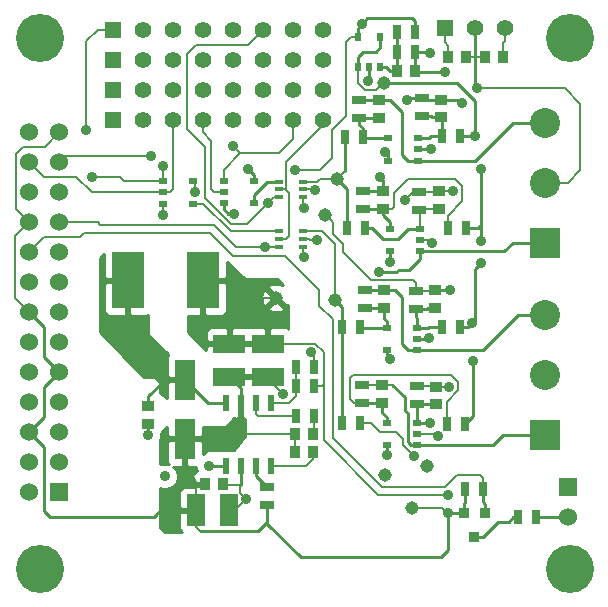
<source format=gtl>
G04 (created by PCBNEW (2013-may-18)-stable) date Wed 21 Oct 2015 08:45:46 PM EDT*
%MOIN*%
G04 Gerber Fmt 3.4, Leading zero omitted, Abs format*
%FSLAX34Y34*%
G01*
G70*
G90*
G04 APERTURE LIST*
%ADD10C,0.00590551*%
%ADD11R,0.036X0.036*%
%ADD12R,0.03X0.02*%
%ADD13R,0.02X0.03*%
%ADD14R,0.0236X0.0551*%
%ADD15R,0.11X0.19*%
%ADD16R,0.025X0.045*%
%ADD17R,0.045X0.025*%
%ADD18R,0.055X0.055*%
%ADD19C,0.055*%
%ADD20R,0.026X0.016*%
%ADD21R,0.06X0.06*%
%ADD22C,0.06*%
%ADD23R,0.0709X0.1378*%
%ADD24R,0.0354X0.0394*%
%ADD25R,0.0394X0.0354*%
%ADD26R,0.1X0.1*%
%ADD27C,0.1*%
%ADD28C,0.045*%
%ADD29R,0.106X0.063*%
%ADD30R,0.063X0.106*%
%ADD31C,0.16*%
%ADD32C,0.035*%
%ADD33C,0.006*%
%ADD34C,0.01*%
G04 APERTURE END LIST*
G54D10*
G54D11*
X55299Y-56981D03*
X55999Y-56981D03*
X55649Y-57781D03*
G54D12*
X53826Y-48268D03*
X53826Y-47518D03*
X52826Y-48268D03*
X53826Y-47893D03*
X52826Y-47518D03*
X53767Y-45237D03*
X53767Y-44487D03*
X52767Y-45237D03*
X53767Y-44862D03*
X52767Y-44487D03*
X53728Y-51556D03*
X53728Y-50806D03*
X52728Y-51556D03*
X53728Y-51181D03*
X52728Y-50806D03*
X53748Y-54725D03*
X53748Y-53975D03*
X52748Y-54725D03*
X53748Y-54350D03*
X52748Y-53975D03*
X47295Y-45904D03*
X47295Y-46654D03*
X48295Y-45904D03*
X47295Y-46279D03*
X48295Y-46654D03*
X45287Y-45924D03*
X45287Y-46674D03*
X46287Y-45924D03*
X45287Y-46299D03*
X46287Y-46674D03*
G54D13*
X51762Y-42118D03*
X52512Y-42118D03*
X51762Y-41118D03*
X52137Y-42118D03*
X52512Y-41118D03*
G54D14*
X47360Y-53320D03*
X47360Y-55420D03*
X47860Y-53320D03*
X48360Y-53320D03*
X48860Y-53320D03*
X47860Y-55420D03*
X48360Y-55420D03*
X48860Y-55420D03*
G54D15*
X46604Y-49232D03*
X44104Y-49232D03*
G54D16*
X51855Y-53976D03*
X51255Y-53976D03*
X53085Y-41614D03*
X53685Y-41614D03*
G54D17*
X51909Y-52711D03*
X51909Y-53311D03*
G54D16*
X54739Y-54015D03*
X55339Y-54015D03*
G54D17*
X53740Y-53370D03*
X53740Y-52770D03*
X53897Y-43764D03*
X53897Y-43164D03*
G54D16*
X51933Y-44448D03*
X51333Y-44448D03*
X54562Y-50787D03*
X55162Y-50787D03*
G54D17*
X52007Y-49542D03*
X52007Y-50142D03*
G54D16*
X51855Y-50787D03*
X51255Y-50787D03*
G54D17*
X53700Y-50181D03*
X53700Y-49581D03*
X51811Y-43223D03*
X51811Y-43823D03*
G54D16*
X54562Y-44429D03*
X55162Y-44429D03*
G54D17*
X53818Y-46874D03*
X53818Y-46274D03*
G54D16*
X54778Y-47480D03*
X55378Y-47480D03*
G54D17*
X51948Y-46255D03*
X51948Y-46855D03*
G54D16*
X51992Y-47480D03*
X51392Y-47480D03*
X55929Y-56181D03*
X55329Y-56181D03*
X49700Y-52106D03*
X50300Y-52106D03*
X50300Y-52755D03*
X49700Y-52755D03*
X49700Y-53759D03*
X50300Y-53759D03*
G54D17*
X48740Y-56117D03*
X48740Y-56717D03*
G54D16*
X57701Y-57125D03*
X57101Y-57125D03*
X53685Y-40944D03*
X53085Y-40944D03*
G54D18*
X43606Y-40877D03*
G54D19*
X44606Y-40877D03*
X45606Y-40877D03*
X46606Y-40877D03*
X47606Y-40877D03*
X48606Y-40877D03*
X49606Y-40877D03*
X50606Y-40877D03*
G54D18*
X43606Y-41877D03*
G54D19*
X44606Y-41877D03*
X45606Y-41877D03*
X46606Y-41877D03*
X47606Y-41877D03*
X48606Y-41877D03*
X49606Y-41877D03*
X50606Y-41877D03*
G54D18*
X43606Y-42877D03*
G54D19*
X44606Y-42877D03*
X45606Y-42877D03*
X46606Y-42877D03*
X47606Y-42877D03*
X48606Y-42877D03*
X49606Y-42877D03*
X50606Y-42877D03*
G54D18*
X43606Y-43877D03*
G54D19*
X44606Y-43877D03*
X45606Y-43877D03*
X46606Y-43877D03*
X47606Y-43877D03*
X48606Y-43877D03*
X49606Y-43877D03*
X50606Y-43877D03*
G54D18*
X54669Y-40826D03*
G54D19*
X55669Y-40826D03*
X56669Y-40826D03*
G54D20*
X49147Y-47594D03*
X49147Y-48114D03*
X49147Y-47854D03*
X49947Y-48114D03*
X49947Y-47594D03*
X49947Y-47854D03*
X49147Y-45940D03*
X49147Y-46460D03*
X49147Y-46200D03*
X49947Y-46460D03*
X49947Y-45940D03*
X49947Y-46200D03*
G54D21*
X58759Y-56133D03*
G54D22*
X58759Y-57133D03*
G54D21*
X41818Y-56295D03*
G54D22*
X40818Y-56295D03*
X41818Y-55295D03*
X40818Y-55295D03*
X41818Y-54295D03*
X40818Y-54295D03*
X41818Y-53295D03*
X40818Y-53295D03*
X41818Y-52295D03*
X40818Y-52295D03*
X41818Y-51295D03*
X40818Y-51295D03*
X41818Y-50295D03*
X40818Y-50295D03*
X41818Y-49295D03*
X40818Y-49295D03*
X41818Y-48295D03*
X40818Y-48295D03*
X41818Y-47295D03*
X40818Y-47295D03*
X41818Y-46295D03*
X40818Y-46295D03*
X41818Y-45295D03*
X40818Y-45295D03*
X41818Y-44295D03*
X40818Y-44295D03*
G54D23*
X46003Y-54507D03*
X46003Y-52539D03*
G54D24*
X54782Y-41771D03*
X55374Y-41771D03*
X47264Y-56023D03*
X46672Y-56023D03*
X50276Y-54370D03*
X49684Y-54370D03*
X56003Y-41771D03*
X56595Y-41771D03*
X50276Y-54940D03*
X49684Y-54940D03*
G54D25*
X44783Y-54016D03*
X44783Y-53424D03*
X52460Y-43227D03*
X52460Y-43819D03*
X54547Y-43207D03*
X54547Y-43799D03*
X54389Y-52774D03*
X54389Y-53366D03*
X52559Y-52715D03*
X52559Y-53307D03*
X54350Y-49566D03*
X54350Y-50158D03*
X52657Y-49546D03*
X52657Y-50138D03*
X52618Y-46259D03*
X52618Y-46851D03*
X54468Y-46259D03*
X54468Y-46851D03*
G54D26*
X57992Y-47984D03*
G54D27*
X57992Y-45984D03*
X57992Y-43984D03*
G54D26*
X57992Y-54381D03*
G54D27*
X57992Y-52381D03*
X57992Y-50381D03*
G54D28*
X52657Y-42637D03*
X51003Y-49881D03*
X51062Y-45846D03*
G54D24*
X53089Y-42244D03*
X53681Y-42244D03*
G54D29*
X47480Y-51339D03*
X47480Y-52439D03*
X48759Y-51339D03*
X48759Y-52439D03*
G54D30*
X47479Y-56889D03*
X46379Y-56889D03*
G54D28*
X53582Y-56811D03*
X50669Y-47047D03*
X49035Y-49822D03*
X52677Y-55728D03*
X54074Y-55413D03*
G54D31*
X41161Y-41161D03*
X58838Y-58838D03*
X58838Y-41161D03*
X41161Y-58838D03*
G54D32*
X45334Y-55767D03*
X48051Y-56515D03*
X52755Y-55059D03*
X52834Y-51850D03*
X52677Y-44940D03*
X52834Y-48622D03*
X54232Y-47972D03*
X54448Y-54429D03*
X54153Y-51141D03*
X54192Y-44862D03*
X44881Y-45078D03*
X48661Y-48110D03*
X48779Y-46653D03*
X45275Y-45413D03*
X47598Y-44744D03*
X42913Y-45787D03*
X51899Y-40679D03*
X46338Y-46279D03*
X42716Y-44232D03*
X54783Y-56377D03*
X49665Y-45551D03*
X49980Y-46830D03*
X49980Y-48464D03*
X48110Y-45531D03*
X45551Y-56535D03*
X50393Y-47874D03*
X50354Y-46220D03*
X45275Y-47047D03*
X49271Y-53031D03*
X50216Y-51614D03*
X54763Y-56988D03*
X54822Y-52795D03*
X53326Y-46555D03*
X54940Y-46259D03*
X54173Y-41653D03*
X52106Y-42578D03*
X54665Y-42283D03*
X55236Y-43326D03*
X55728Y-42834D03*
X54842Y-49566D03*
X47637Y-47007D03*
X53405Y-43208D03*
X54173Y-53996D03*
X53641Y-55078D03*
X52500Y-45787D03*
X52460Y-48956D03*
X44783Y-54389D03*
X46811Y-55413D03*
X55610Y-51929D03*
X55570Y-50669D03*
X55669Y-44409D03*
X55885Y-48661D03*
X55885Y-47913D03*
X55885Y-45511D03*
G54D33*
X47854Y-56043D02*
X47854Y-56318D01*
X47854Y-56318D02*
X48051Y-56515D01*
X47479Y-56889D02*
X47677Y-56889D01*
X47677Y-56889D02*
X48051Y-56515D01*
X47860Y-56043D02*
X47854Y-56043D01*
X47854Y-56043D02*
X47284Y-56043D01*
X47284Y-56043D02*
X47264Y-56023D01*
X54782Y-41771D02*
X54782Y-41416D01*
X54669Y-41303D02*
X54669Y-40826D01*
X54782Y-41416D02*
X54669Y-41303D01*
G54D34*
X52748Y-55051D02*
X52748Y-54725D01*
X52755Y-55059D02*
X52748Y-55051D01*
X52728Y-51744D02*
X52728Y-51556D01*
X52834Y-51850D02*
X52728Y-51744D01*
X47860Y-55420D02*
X47860Y-56043D01*
X52767Y-45237D02*
X52767Y-45031D01*
X52767Y-45031D02*
X52677Y-44940D01*
X52826Y-48268D02*
X52826Y-48614D01*
X52826Y-48614D02*
X52834Y-48622D01*
G54D33*
X53826Y-47893D02*
X54153Y-47893D01*
X54153Y-47893D02*
X54232Y-47972D01*
X56595Y-41771D02*
X56595Y-41318D01*
X56669Y-41244D02*
X56669Y-40826D01*
X56595Y-41318D02*
X56669Y-41244D01*
X54370Y-54350D02*
X53748Y-54350D01*
X54448Y-54429D02*
X54370Y-54350D01*
G54D34*
X54114Y-51181D02*
X53728Y-51181D01*
X54153Y-51141D02*
X54114Y-51181D01*
X54192Y-44862D02*
X53767Y-44862D01*
G54D33*
X47598Y-48405D02*
X46850Y-47657D01*
X41318Y-47795D02*
X40818Y-48295D01*
X42519Y-47795D02*
X41318Y-47795D01*
X42657Y-47657D02*
X42519Y-47795D01*
X46850Y-47657D02*
X42657Y-47657D01*
X55929Y-56181D02*
X55929Y-55831D01*
X49330Y-48405D02*
X47598Y-48405D01*
X50472Y-49547D02*
X49330Y-48405D01*
X50472Y-50078D02*
X50472Y-49547D01*
X50925Y-50531D02*
X50472Y-50078D01*
X50925Y-54488D02*
X50925Y-50531D01*
X52559Y-56122D02*
X50925Y-54488D01*
X54665Y-56122D02*
X52559Y-56122D01*
X55059Y-55728D02*
X54665Y-56122D01*
X55826Y-55728D02*
X55059Y-55728D01*
X55929Y-55831D02*
X55826Y-55728D01*
G54D34*
X55999Y-56981D02*
X55999Y-56688D01*
X55929Y-56618D02*
X55929Y-56181D01*
X55999Y-56688D02*
X55929Y-56618D01*
G54D33*
X45287Y-46299D02*
X42893Y-46299D01*
X41311Y-45787D02*
X40818Y-45295D01*
X42381Y-45787D02*
X41311Y-45787D01*
X42893Y-46299D02*
X42381Y-45787D01*
X45606Y-43877D02*
X45606Y-46185D01*
X45492Y-46299D02*
X45287Y-46299D01*
X45606Y-46185D02*
X45492Y-46299D01*
X47295Y-46279D02*
X46988Y-46279D01*
X46606Y-44303D02*
X46606Y-43877D01*
X46889Y-44586D02*
X46606Y-44303D01*
X46889Y-46181D02*
X46889Y-44586D01*
X46988Y-46279D02*
X46889Y-46181D01*
X41818Y-45295D02*
X42035Y-45078D01*
X42035Y-45078D02*
X44881Y-45078D01*
X50606Y-43877D02*
X50606Y-44059D01*
X49389Y-46161D02*
X49350Y-46200D01*
X49389Y-45275D02*
X49389Y-46161D01*
X50606Y-44059D02*
X49389Y-45275D01*
X49147Y-46200D02*
X49350Y-46200D01*
X49370Y-47854D02*
X49147Y-47854D01*
X49468Y-47755D02*
X49370Y-47854D01*
X49468Y-46318D02*
X49468Y-47755D01*
X49350Y-46200D02*
X49468Y-46318D01*
X47696Y-48114D02*
X47696Y-48110D01*
X43188Y-47381D02*
X43102Y-47295D01*
X46968Y-47381D02*
X43188Y-47381D01*
X47696Y-48110D02*
X46968Y-47381D01*
X48779Y-46653D02*
X48070Y-47362D01*
X48106Y-41377D02*
X48606Y-40877D01*
X46377Y-41377D02*
X48106Y-41377D01*
X46082Y-41673D02*
X46377Y-41377D01*
X46082Y-44192D02*
X46082Y-41673D01*
X46673Y-44783D02*
X46082Y-44192D01*
X46673Y-46496D02*
X46673Y-44783D01*
X47539Y-47362D02*
X46673Y-46496D01*
X48070Y-47362D02*
X47539Y-47362D01*
X49147Y-46460D02*
X48972Y-46460D01*
X48661Y-48110D02*
X48661Y-48114D01*
X48972Y-46460D02*
X48779Y-46653D01*
X49147Y-48114D02*
X48661Y-48114D01*
X48661Y-48114D02*
X47696Y-48114D01*
X43102Y-47295D02*
X41818Y-47295D01*
X45267Y-45421D02*
X45275Y-45413D01*
X47598Y-44744D02*
X47618Y-44744D01*
X47854Y-44980D02*
X47618Y-44744D01*
X45267Y-45421D02*
X45287Y-45924D01*
X42913Y-45787D02*
X43838Y-45787D01*
X43838Y-45787D02*
X43975Y-45924D01*
X43975Y-45924D02*
X45287Y-45924D01*
X49606Y-43877D02*
X49606Y-44527D01*
X49606Y-44527D02*
X49153Y-44980D01*
X49153Y-44980D02*
X47854Y-44980D01*
X47295Y-45539D02*
X47295Y-45904D01*
X47854Y-44980D02*
X47295Y-45539D01*
X46287Y-45924D02*
X46338Y-45975D01*
X46338Y-45975D02*
X46338Y-46279D01*
X43098Y-40877D02*
X43606Y-40877D01*
X42716Y-41259D02*
X43098Y-40877D01*
X42716Y-44232D02*
X42716Y-41259D01*
X50905Y-44232D02*
X50905Y-45157D01*
X50511Y-45551D02*
X49665Y-45551D01*
X50905Y-45157D02*
X50511Y-45551D01*
X54783Y-56377D02*
X52440Y-56377D01*
X51762Y-41118D02*
X51539Y-41118D01*
X51377Y-43759D02*
X50905Y-44232D01*
X51377Y-41279D02*
X51377Y-43759D01*
X51539Y-41118D02*
X51377Y-41279D01*
X49947Y-46460D02*
X49947Y-46797D01*
X49947Y-46797D02*
X49980Y-46830D01*
X49947Y-48431D02*
X49947Y-48114D01*
X49980Y-48464D02*
X49947Y-48431D01*
X50629Y-54566D02*
X50629Y-52696D01*
X52440Y-56377D02*
X50629Y-54566D01*
X50300Y-52755D02*
X50570Y-52755D01*
X50335Y-51339D02*
X48759Y-51339D01*
X50629Y-51633D02*
X50335Y-51339D01*
X50629Y-52696D02*
X50629Y-51633D01*
X50570Y-52755D02*
X50629Y-52696D01*
X49035Y-49822D02*
X47529Y-49822D01*
X47529Y-49822D02*
X47509Y-49842D01*
G54D34*
X51762Y-41118D02*
X51762Y-40815D01*
X53685Y-40595D02*
X53685Y-40944D01*
X53582Y-40492D02*
X53685Y-40595D01*
X52086Y-40492D02*
X53582Y-40492D01*
X51762Y-40815D02*
X51899Y-40679D01*
X51899Y-40679D02*
X52086Y-40492D01*
X47509Y-49842D02*
X47509Y-51310D01*
X47539Y-51339D02*
X48759Y-51339D01*
X47509Y-51310D02*
X47539Y-51339D01*
X48295Y-45716D02*
X48110Y-45531D01*
X48295Y-45904D02*
X48295Y-45716D01*
G54D33*
X51003Y-49881D02*
X51003Y-48031D01*
X50566Y-47594D02*
X49947Y-47594D01*
X51003Y-48031D02*
X50566Y-47594D01*
G54D34*
X51255Y-53976D02*
X51255Y-50787D01*
X51255Y-50787D02*
X51255Y-50133D01*
X51255Y-50133D02*
X51003Y-49881D01*
G54D33*
X51062Y-45846D02*
X51333Y-45575D01*
G54D34*
X51333Y-45575D02*
X51333Y-44448D01*
G54D33*
X51062Y-45846D02*
X50492Y-45846D01*
X50492Y-45846D02*
X50397Y-45940D01*
X50397Y-45940D02*
X49947Y-45940D01*
G54D34*
X51392Y-47480D02*
X51392Y-46176D01*
X51392Y-46176D02*
X51062Y-45846D01*
G54D33*
X46379Y-56889D02*
X46379Y-56101D01*
X46379Y-56101D02*
X46456Y-56023D01*
X46300Y-55867D02*
X46456Y-56023D01*
G54D34*
X46300Y-55867D02*
X46003Y-55570D01*
X46003Y-54507D02*
X46003Y-55570D01*
G54D33*
X46456Y-56023D02*
X46672Y-56023D01*
X45551Y-56515D02*
X45551Y-56535D01*
X45551Y-56535D02*
X45551Y-56653D01*
G54D34*
X44960Y-57106D02*
X45551Y-56515D01*
X40818Y-54295D02*
X41318Y-54795D01*
X41318Y-56909D02*
X41515Y-57106D01*
X41318Y-54795D02*
X41318Y-56909D01*
X41515Y-57106D02*
X44960Y-57106D01*
G54D33*
X45787Y-56889D02*
X46379Y-56889D01*
X45551Y-56653D02*
X45787Y-56889D01*
X46379Y-56889D02*
X46379Y-57461D01*
X46379Y-57461D02*
X46515Y-57598D01*
G54D34*
X48444Y-57598D02*
X48740Y-57303D01*
X46515Y-57598D02*
X48444Y-57598D01*
G54D33*
X56003Y-41771D02*
X55708Y-41771D01*
X55708Y-41771D02*
X55669Y-41811D01*
X55374Y-41771D02*
X55629Y-41771D01*
X55629Y-41771D02*
X55669Y-41811D01*
X57992Y-45984D02*
X58759Y-45984D01*
X58661Y-42834D02*
X55728Y-42834D01*
X59173Y-43346D02*
X58661Y-42834D01*
X59173Y-45570D02*
X59173Y-43346D01*
X58759Y-45984D02*
X59173Y-45570D01*
X50177Y-47874D02*
X50157Y-47854D01*
X50157Y-47854D02*
X49947Y-47854D01*
X50393Y-47874D02*
X50177Y-47874D01*
X53700Y-49581D02*
X53700Y-49311D01*
X50925Y-47303D02*
X50669Y-47047D01*
X50925Y-47696D02*
X50925Y-47303D01*
X51259Y-48031D02*
X50925Y-47696D01*
X51259Y-48287D02*
X51259Y-48031D01*
X52204Y-49232D02*
X51259Y-48287D01*
X53622Y-49232D02*
X52204Y-49232D01*
X53700Y-49311D02*
X53622Y-49232D01*
X40818Y-47295D02*
X40374Y-46850D01*
X41330Y-44783D02*
X41818Y-44295D01*
X40610Y-44783D02*
X41330Y-44783D01*
X40374Y-45019D02*
X40610Y-44783D01*
X40374Y-46850D02*
X40374Y-45019D01*
X40818Y-50295D02*
X40354Y-49830D01*
X40354Y-47759D02*
X40818Y-47295D01*
X40354Y-49830D02*
X40354Y-47759D01*
X49947Y-46200D02*
X50334Y-46200D01*
X50334Y-46200D02*
X50354Y-46220D01*
X45287Y-46674D02*
X45287Y-47035D01*
X45287Y-47035D02*
X45275Y-47047D01*
X50300Y-52106D02*
X50300Y-51658D01*
X48759Y-52519D02*
X48759Y-52439D01*
X49271Y-53031D02*
X48759Y-52519D01*
X50255Y-51614D02*
X50216Y-51614D01*
X50300Y-51658D02*
X50255Y-51614D01*
X49684Y-54940D02*
X49684Y-54370D01*
X49684Y-54370D02*
X47893Y-54370D01*
X47893Y-54370D02*
X47637Y-54114D01*
X53582Y-56811D02*
X54586Y-56811D01*
X54586Y-56811D02*
X54763Y-56988D01*
X53740Y-52770D02*
X54385Y-52770D01*
X54385Y-52770D02*
X54410Y-52795D01*
X54410Y-52795D02*
X54822Y-52795D01*
X53700Y-49581D02*
X54334Y-49581D01*
X54334Y-49581D02*
X54350Y-49566D01*
X53607Y-46274D02*
X53818Y-46274D01*
X53326Y-46555D02*
X53607Y-46274D01*
X53818Y-46274D02*
X54452Y-46274D01*
X54452Y-46274D02*
X54468Y-46259D01*
X54468Y-46259D02*
X54940Y-46259D01*
G54D34*
X52137Y-42118D02*
X52137Y-42547D01*
X54133Y-41614D02*
X53685Y-41614D01*
X54173Y-41653D02*
X54133Y-41614D01*
X52137Y-42547D02*
X52106Y-42578D01*
X53681Y-42244D02*
X53721Y-42283D01*
X53721Y-42283D02*
X54665Y-42283D01*
X54547Y-43207D02*
X55117Y-43207D01*
X55117Y-43207D02*
X55236Y-43326D01*
X55669Y-42775D02*
X55669Y-41811D01*
X55669Y-41811D02*
X55669Y-40826D01*
X55728Y-42834D02*
X55669Y-42775D01*
X53685Y-41614D02*
X53685Y-42240D01*
X53685Y-42240D02*
X53681Y-42244D01*
X40818Y-54295D02*
X41318Y-53795D01*
X41318Y-52795D02*
X41818Y-52295D01*
X41318Y-53795D02*
X41318Y-52795D01*
X40818Y-50295D02*
X41318Y-50795D01*
X41318Y-51795D02*
X41818Y-52295D01*
X41318Y-50795D02*
X41318Y-51795D01*
X54350Y-49566D02*
X54841Y-49566D01*
X54841Y-49566D02*
X54842Y-49566D01*
X54763Y-56988D02*
X54763Y-58228D01*
X48740Y-57342D02*
X48740Y-57303D01*
X49862Y-58464D02*
X48740Y-57342D01*
X54527Y-58464D02*
X49862Y-58464D01*
X54763Y-58228D02*
X54527Y-58464D01*
X48740Y-57303D02*
X48740Y-56717D01*
X46003Y-54507D02*
X47244Y-54507D01*
X47860Y-53891D02*
X47860Y-53320D01*
X47244Y-54507D02*
X47637Y-54114D01*
X47637Y-54114D02*
X47860Y-53891D01*
X47480Y-52439D02*
X48759Y-52439D01*
X47860Y-53320D02*
X47860Y-52819D01*
X47860Y-52819D02*
X47480Y-52439D01*
X47295Y-46862D02*
X47295Y-46654D01*
X47440Y-47007D02*
X47295Y-46862D01*
X47637Y-47007D02*
X47440Y-47007D01*
X55329Y-56181D02*
X55329Y-56638D01*
X55299Y-56668D02*
X55299Y-56981D01*
X55329Y-56638D02*
X55299Y-56668D01*
X55299Y-56981D02*
X54770Y-56981D01*
X54770Y-56981D02*
X54763Y-56988D01*
X53449Y-43164D02*
X53897Y-43164D01*
X53405Y-43208D02*
X53449Y-43164D01*
X54547Y-43207D02*
X53941Y-43207D01*
X53941Y-43207D02*
X53996Y-43152D01*
G54D33*
X49147Y-47594D02*
X47535Y-47594D01*
X46615Y-46674D02*
X46287Y-46674D01*
X47535Y-47594D02*
X46615Y-46674D01*
G54D34*
X57101Y-57125D02*
X56944Y-57125D01*
X55938Y-57781D02*
X56441Y-57278D01*
X56441Y-57278D02*
X56791Y-57278D01*
X55938Y-57781D02*
X55649Y-57781D01*
X56944Y-57125D02*
X56791Y-57278D01*
X58759Y-57133D02*
X57709Y-57133D01*
X57709Y-57133D02*
X57701Y-57125D01*
X48295Y-46654D02*
X48295Y-46389D01*
X48744Y-45940D02*
X49147Y-45940D01*
X48295Y-46389D02*
X48744Y-45940D01*
X52512Y-42118D02*
X52708Y-42118D01*
X52834Y-42244D02*
X53089Y-42244D01*
X52708Y-42118D02*
X52834Y-42244D01*
X53085Y-40944D02*
X53085Y-41614D01*
X53085Y-41614D02*
X53089Y-41618D01*
X53089Y-41618D02*
X53089Y-42244D01*
X52007Y-49542D02*
X52653Y-49542D01*
X52653Y-49542D02*
X52657Y-49546D01*
X52657Y-49546D02*
X52991Y-49546D01*
X53426Y-51556D02*
X53728Y-51556D01*
X53228Y-49783D02*
X52991Y-49546D01*
X53228Y-51358D02*
X53228Y-49783D01*
X53426Y-51556D02*
X53228Y-51358D01*
X52011Y-49546D02*
X52007Y-49542D01*
X53728Y-51556D02*
X55943Y-51556D01*
X57118Y-50381D02*
X57992Y-50381D01*
X55943Y-51556D02*
X57118Y-50381D01*
X54350Y-50158D02*
X54093Y-50158D01*
X54070Y-50181D02*
X53700Y-50181D01*
X54093Y-50158D02*
X54070Y-50181D01*
X54562Y-50787D02*
X54133Y-50787D01*
X54115Y-50806D02*
X53728Y-50806D01*
X54133Y-50787D02*
X54115Y-50806D01*
X53728Y-50806D02*
X53740Y-50794D01*
X53740Y-50794D02*
X53740Y-50492D01*
X53740Y-50492D02*
X53700Y-50452D01*
X53700Y-50452D02*
X53700Y-50181D01*
G54D33*
X51855Y-53976D02*
X52204Y-53976D01*
G54D34*
X54152Y-53975D02*
X53748Y-53975D01*
X54173Y-53996D02*
X54152Y-53975D01*
G54D33*
X53267Y-54704D02*
X53641Y-55078D01*
X53267Y-54507D02*
X53267Y-54704D01*
X53031Y-54271D02*
X53267Y-54507D01*
X52500Y-54271D02*
X53031Y-54271D01*
X52204Y-53976D02*
X52500Y-54271D01*
G54D34*
X54389Y-53366D02*
X53744Y-53366D01*
X53744Y-53366D02*
X53740Y-53370D01*
X53748Y-53975D02*
X53748Y-53378D01*
X53748Y-53378D02*
X53740Y-53370D01*
X52007Y-50142D02*
X52653Y-50142D01*
X52728Y-50602D02*
X52728Y-50806D01*
X52657Y-50531D02*
X52728Y-50602D01*
X52657Y-50146D02*
X52657Y-50531D01*
X52653Y-50142D02*
X52657Y-50146D01*
X52728Y-50806D02*
X51873Y-50806D01*
X51873Y-50806D02*
X51855Y-50787D01*
G54D33*
X54739Y-54015D02*
X54739Y-53272D01*
X51638Y-53311D02*
X51909Y-53311D01*
X51515Y-53188D02*
X51638Y-53311D01*
X51515Y-52480D02*
X51515Y-53188D01*
X51614Y-52381D02*
X51515Y-52480D01*
X54881Y-52381D02*
X51614Y-52381D01*
X55118Y-52618D02*
X54881Y-52381D01*
X55118Y-52893D02*
X55118Y-52618D01*
X54739Y-53272D02*
X55118Y-52893D01*
G54D34*
X52748Y-53975D02*
X52748Y-53811D01*
X52559Y-53622D02*
X52559Y-53307D01*
X52748Y-53811D02*
X52559Y-53622D01*
X51909Y-53311D02*
X52555Y-53311D01*
X52555Y-53311D02*
X52559Y-53307D01*
G54D33*
X52913Y-52716D02*
X52559Y-52716D01*
X52555Y-52711D02*
X51909Y-52711D01*
X52559Y-52716D02*
X52555Y-52711D01*
G54D34*
X53543Y-54725D02*
X53543Y-54724D01*
X53444Y-53681D02*
X53326Y-53562D01*
X53444Y-54625D02*
X53444Y-53681D01*
X53543Y-54724D02*
X53444Y-54625D01*
X53748Y-54725D02*
X53543Y-54725D01*
X51913Y-52715D02*
X51909Y-52711D01*
X53326Y-53129D02*
X52913Y-52716D01*
X53326Y-53562D02*
X53326Y-53129D01*
X53748Y-54725D02*
X56278Y-54725D01*
X56622Y-54381D02*
X57992Y-54381D01*
X56278Y-54725D02*
X56622Y-54381D01*
X53767Y-45237D02*
X55687Y-45237D01*
X56940Y-43984D02*
X57992Y-43984D01*
X55687Y-45237D02*
X56940Y-43984D01*
X51811Y-43223D02*
X52456Y-43223D01*
X52456Y-43223D02*
X52460Y-43227D01*
X53767Y-45237D02*
X53426Y-45237D01*
X52853Y-43227D02*
X52460Y-43227D01*
X53248Y-43622D02*
X52853Y-43227D01*
X53248Y-45059D02*
X53248Y-43622D01*
X53426Y-45237D02*
X53248Y-45059D01*
X54562Y-44429D02*
X54562Y-43814D01*
X54562Y-43814D02*
X54547Y-43799D01*
X53897Y-43764D02*
X54217Y-43764D01*
X54217Y-43764D02*
X54252Y-43799D01*
X54252Y-43799D02*
X54547Y-43799D01*
X54562Y-44429D02*
X54192Y-44429D01*
X54134Y-44487D02*
X53767Y-44487D01*
X54192Y-44429D02*
X54134Y-44487D01*
G54D33*
X54468Y-46851D02*
X53842Y-46851D01*
X53826Y-46866D02*
X53826Y-47518D01*
X53842Y-46851D02*
X53826Y-46866D01*
G54D34*
X51992Y-47480D02*
X52244Y-47480D01*
X53445Y-47518D02*
X53826Y-47518D01*
X53110Y-47854D02*
X53445Y-47518D01*
X52618Y-47854D02*
X53110Y-47854D01*
X52244Y-47480D02*
X52618Y-47854D01*
X52460Y-43819D02*
X51815Y-43819D01*
X51815Y-43819D02*
X51811Y-43823D01*
X51948Y-44173D02*
X51948Y-44433D01*
X51811Y-44035D02*
X51948Y-44173D01*
X51811Y-43823D02*
X51811Y-44035D01*
X51948Y-44433D02*
X51933Y-44448D01*
X52767Y-44487D02*
X51972Y-44487D01*
X51972Y-44487D02*
X51933Y-44448D01*
G54D33*
X54778Y-47480D02*
X54778Y-47071D01*
X52912Y-46851D02*
X52618Y-46851D01*
X52972Y-46791D02*
X52912Y-46851D01*
X52972Y-46318D02*
X52972Y-46791D01*
X53444Y-45846D02*
X52972Y-46318D01*
X55019Y-45846D02*
X53444Y-45846D01*
X55255Y-46082D02*
X55019Y-45846D01*
X55255Y-46594D02*
X55255Y-46082D01*
X54778Y-47071D02*
X55255Y-46594D01*
G54D34*
X52618Y-46851D02*
X52618Y-47066D01*
X52826Y-47275D02*
X52826Y-47518D01*
X52618Y-47066D02*
X52826Y-47275D01*
X52826Y-47518D02*
X52825Y-47519D01*
X51948Y-46855D02*
X52614Y-46855D01*
X52614Y-46855D02*
X52618Y-46851D01*
X53826Y-48268D02*
X53826Y-48515D01*
X52618Y-45905D02*
X52618Y-46259D01*
X52500Y-45787D02*
X52618Y-45905D01*
X53051Y-48956D02*
X52460Y-48956D01*
X53129Y-48877D02*
X53051Y-48956D01*
X53464Y-48877D02*
X53129Y-48877D01*
X53826Y-48515D02*
X53464Y-48877D01*
X51948Y-46255D02*
X52614Y-46255D01*
X52614Y-46255D02*
X52618Y-46259D01*
X53826Y-48268D02*
X56652Y-48268D01*
X56937Y-47984D02*
X57992Y-47984D01*
X56652Y-48268D02*
X56937Y-47984D01*
X46817Y-55420D02*
X46811Y-55413D01*
X47360Y-55420D02*
X46817Y-55420D01*
X44783Y-54389D02*
X44783Y-54016D01*
G54D33*
X44104Y-49232D02*
X44104Y-51309D01*
X44104Y-51309D02*
X45334Y-52539D01*
G54D34*
X44783Y-53424D02*
X44783Y-53090D01*
X45334Y-52539D02*
X45334Y-52539D01*
X45334Y-52539D02*
X46003Y-52539D01*
X44783Y-53090D02*
X45334Y-52539D01*
X47360Y-53320D02*
X46784Y-53320D01*
X46784Y-53320D02*
X46003Y-52539D01*
G54D33*
X49700Y-52106D02*
X49700Y-52755D01*
X49700Y-52755D02*
X49700Y-53095D01*
X49475Y-53320D02*
X48860Y-53320D01*
X49700Y-53095D02*
X49475Y-53320D01*
X49700Y-53759D02*
X48425Y-53759D01*
X48360Y-53694D02*
X48360Y-53320D01*
X48425Y-53759D02*
X48360Y-53694D01*
G54D34*
X48360Y-55420D02*
X48360Y-55737D01*
X48360Y-55737D02*
X48740Y-56117D01*
G54D33*
X50276Y-54940D02*
X50276Y-55196D01*
X50052Y-55420D02*
X48860Y-55420D01*
X50276Y-55196D02*
X50052Y-55420D01*
X50300Y-53759D02*
X50300Y-54346D01*
X50300Y-54346D02*
X50276Y-54370D01*
X52657Y-42637D02*
X52618Y-42637D01*
X51762Y-42648D02*
X51762Y-42118D01*
X52007Y-42893D02*
X51762Y-42648D01*
X52362Y-42893D02*
X52007Y-42893D01*
X52618Y-42637D02*
X52362Y-42893D01*
G54D34*
X51762Y-42118D02*
X51762Y-41780D01*
X51762Y-41780D02*
X51929Y-41614D01*
X51929Y-41614D02*
X52362Y-41614D01*
X52362Y-41614D02*
X52512Y-41463D01*
X52512Y-41463D02*
X52512Y-41118D01*
X55354Y-54015D02*
X55610Y-53759D01*
X55610Y-53759D02*
X55610Y-51929D01*
X55162Y-50787D02*
X55452Y-50787D01*
X55452Y-50787D02*
X55570Y-50669D01*
X55378Y-47480D02*
X55767Y-47480D01*
X55767Y-47480D02*
X55885Y-47362D01*
X55162Y-44429D02*
X55649Y-44429D01*
X55649Y-44429D02*
X55669Y-44409D01*
X55059Y-42637D02*
X55669Y-43248D01*
X55669Y-43248D02*
X55669Y-44409D01*
X52657Y-42637D02*
X55059Y-42637D01*
X55688Y-50551D02*
X55570Y-50669D01*
X55688Y-48858D02*
X55688Y-50551D01*
X55885Y-48661D02*
X55688Y-48858D01*
X55885Y-47362D02*
X55885Y-47913D01*
X55885Y-45511D02*
X55885Y-47362D01*
G54D10*
G36*
X46061Y-52589D02*
X46053Y-52589D01*
X46053Y-52597D01*
X45953Y-52597D01*
X45953Y-52589D01*
X45461Y-52589D01*
X45399Y-52652D01*
X45399Y-53145D01*
X45187Y-52986D01*
X45187Y-52617D01*
X45020Y-52450D01*
X44646Y-52450D01*
X44054Y-51857D01*
X44054Y-50369D01*
X44054Y-49282D01*
X43366Y-49282D01*
X43304Y-49344D01*
X43304Y-50132D01*
X43304Y-50232D01*
X43342Y-50324D01*
X43412Y-50394D01*
X43504Y-50432D01*
X43991Y-50432D01*
X44054Y-50369D01*
X44054Y-51857D01*
X43160Y-50963D01*
X43160Y-48485D01*
X43304Y-48341D01*
X43304Y-49119D01*
X43366Y-49182D01*
X44054Y-49182D01*
X44054Y-49174D01*
X44154Y-49174D01*
X44154Y-49182D01*
X44162Y-49182D01*
X44162Y-49282D01*
X44154Y-49282D01*
X44154Y-50369D01*
X44216Y-50432D01*
X44703Y-50432D01*
X44772Y-50403D01*
X44772Y-51044D01*
X45445Y-51700D01*
X45437Y-51709D01*
X45399Y-51801D01*
X45399Y-52427D01*
X45461Y-52489D01*
X45953Y-52489D01*
X45953Y-52481D01*
X46053Y-52481D01*
X46053Y-52489D01*
X46061Y-52489D01*
X46061Y-52589D01*
X46061Y-52589D01*
G37*
G54D34*
X46061Y-52589D02*
X46053Y-52589D01*
X46053Y-52597D01*
X45953Y-52597D01*
X45953Y-52589D01*
X45461Y-52589D01*
X45399Y-52652D01*
X45399Y-53145D01*
X45187Y-52986D01*
X45187Y-52617D01*
X45020Y-52450D01*
X44646Y-52450D01*
X44054Y-51857D01*
X44054Y-50369D01*
X44054Y-49282D01*
X43366Y-49282D01*
X43304Y-49344D01*
X43304Y-50132D01*
X43304Y-50232D01*
X43342Y-50324D01*
X43412Y-50394D01*
X43504Y-50432D01*
X43991Y-50432D01*
X44054Y-50369D01*
X44054Y-51857D01*
X43160Y-50963D01*
X43160Y-48485D01*
X43304Y-48341D01*
X43304Y-49119D01*
X43366Y-49182D01*
X44054Y-49182D01*
X44054Y-49174D01*
X44154Y-49174D01*
X44154Y-49182D01*
X44162Y-49182D01*
X44162Y-49282D01*
X44154Y-49282D01*
X44154Y-50369D01*
X44216Y-50432D01*
X44703Y-50432D01*
X44772Y-50403D01*
X44772Y-51044D01*
X45445Y-51700D01*
X45437Y-51709D01*
X45399Y-51801D01*
X45399Y-52427D01*
X45461Y-52489D01*
X45953Y-52489D01*
X45953Y-52481D01*
X46053Y-52481D01*
X46053Y-52489D01*
X46061Y-52489D01*
X46061Y-52589D01*
G54D10*
G36*
X48020Y-54411D02*
X47633Y-54890D01*
X46750Y-54890D01*
X46608Y-55033D01*
X46608Y-54620D01*
X46545Y-54557D01*
X46053Y-54557D01*
X46053Y-55384D01*
X46116Y-55446D01*
X46308Y-55446D01*
X46385Y-55446D01*
X46385Y-55497D01*
X46422Y-55586D01*
X46354Y-55614D01*
X46283Y-55684D01*
X46245Y-55776D01*
X46245Y-55876D01*
X46245Y-55911D01*
X46308Y-55973D01*
X46485Y-55973D01*
X46485Y-56073D01*
X46308Y-56073D01*
X46269Y-56112D01*
X46266Y-56109D01*
X46014Y-56109D01*
X45922Y-56147D01*
X45852Y-56217D01*
X45814Y-56309D01*
X45814Y-56409D01*
X45814Y-56777D01*
X45876Y-56839D01*
X46329Y-56839D01*
X46329Y-56831D01*
X46429Y-56831D01*
X46429Y-56839D01*
X46437Y-56839D01*
X46437Y-56939D01*
X46429Y-56939D01*
X46429Y-56947D01*
X46329Y-56947D01*
X46329Y-56939D01*
X45876Y-56939D01*
X45814Y-57002D01*
X45814Y-57370D01*
X45814Y-57469D01*
X45852Y-57561D01*
X45918Y-57627D01*
X45335Y-57627D01*
X45187Y-57479D01*
X45187Y-56166D01*
X45249Y-56192D01*
X45418Y-56192D01*
X45575Y-56128D01*
X45694Y-56008D01*
X45759Y-55852D01*
X45759Y-55683D01*
X45695Y-55527D01*
X45614Y-55446D01*
X45698Y-55446D01*
X45891Y-55446D01*
X45953Y-55384D01*
X45953Y-54557D01*
X45461Y-54557D01*
X45399Y-54620D01*
X45399Y-55246D01*
X45437Y-55338D01*
X45458Y-55358D01*
X45419Y-55342D01*
X45250Y-55342D01*
X45187Y-55368D01*
X45187Y-54822D01*
X45187Y-54524D01*
X45208Y-54474D01*
X45208Y-54310D01*
X45399Y-54120D01*
X45399Y-54395D01*
X45461Y-54457D01*
X45953Y-54457D01*
X45953Y-54449D01*
X46053Y-54449D01*
X46053Y-54457D01*
X46545Y-54457D01*
X46608Y-54395D01*
X46608Y-54105D01*
X47363Y-54105D01*
X47643Y-53825D01*
X47692Y-53845D01*
X47747Y-53845D01*
X47810Y-53783D01*
X47810Y-53370D01*
X47802Y-53370D01*
X47802Y-53270D01*
X47810Y-53270D01*
X47810Y-53262D01*
X47910Y-53262D01*
X47910Y-53270D01*
X47918Y-53270D01*
X47918Y-53370D01*
X47910Y-53370D01*
X47910Y-53783D01*
X47972Y-53845D01*
X48020Y-53845D01*
X48020Y-54411D01*
X48020Y-54411D01*
G37*
G54D34*
X48020Y-54411D02*
X47633Y-54890D01*
X46750Y-54890D01*
X46608Y-55033D01*
X46608Y-54620D01*
X46545Y-54557D01*
X46053Y-54557D01*
X46053Y-55384D01*
X46116Y-55446D01*
X46308Y-55446D01*
X46385Y-55446D01*
X46385Y-55497D01*
X46422Y-55586D01*
X46354Y-55614D01*
X46283Y-55684D01*
X46245Y-55776D01*
X46245Y-55876D01*
X46245Y-55911D01*
X46308Y-55973D01*
X46485Y-55973D01*
X46485Y-56073D01*
X46308Y-56073D01*
X46269Y-56112D01*
X46266Y-56109D01*
X46014Y-56109D01*
X45922Y-56147D01*
X45852Y-56217D01*
X45814Y-56309D01*
X45814Y-56409D01*
X45814Y-56777D01*
X45876Y-56839D01*
X46329Y-56839D01*
X46329Y-56831D01*
X46429Y-56831D01*
X46429Y-56839D01*
X46437Y-56839D01*
X46437Y-56939D01*
X46429Y-56939D01*
X46429Y-56947D01*
X46329Y-56947D01*
X46329Y-56939D01*
X45876Y-56939D01*
X45814Y-57002D01*
X45814Y-57370D01*
X45814Y-57469D01*
X45852Y-57561D01*
X45918Y-57627D01*
X45335Y-57627D01*
X45187Y-57479D01*
X45187Y-56166D01*
X45249Y-56192D01*
X45418Y-56192D01*
X45575Y-56128D01*
X45694Y-56008D01*
X45759Y-55852D01*
X45759Y-55683D01*
X45695Y-55527D01*
X45614Y-55446D01*
X45698Y-55446D01*
X45891Y-55446D01*
X45953Y-55384D01*
X45953Y-54557D01*
X45461Y-54557D01*
X45399Y-54620D01*
X45399Y-55246D01*
X45437Y-55338D01*
X45458Y-55358D01*
X45419Y-55342D01*
X45250Y-55342D01*
X45187Y-55368D01*
X45187Y-54822D01*
X45187Y-54524D01*
X45208Y-54474D01*
X45208Y-54310D01*
X45399Y-54120D01*
X45399Y-54395D01*
X45461Y-54457D01*
X45953Y-54457D01*
X45953Y-54449D01*
X46053Y-54449D01*
X46053Y-54457D01*
X46545Y-54457D01*
X46608Y-54395D01*
X46608Y-54105D01*
X47363Y-54105D01*
X47643Y-53825D01*
X47692Y-53845D01*
X47747Y-53845D01*
X47810Y-53783D01*
X47810Y-53370D01*
X47802Y-53370D01*
X47802Y-53270D01*
X47810Y-53270D01*
X47810Y-53262D01*
X47910Y-53262D01*
X47910Y-53270D01*
X47918Y-53270D01*
X47918Y-53370D01*
X47910Y-53370D01*
X47910Y-53783D01*
X47972Y-53845D01*
X48020Y-53845D01*
X48020Y-54411D01*
G54D10*
G36*
X48817Y-52489D02*
X48809Y-52489D01*
X48809Y-52497D01*
X48709Y-52497D01*
X48709Y-52489D01*
X48197Y-52489D01*
X48042Y-52489D01*
X47530Y-52489D01*
X47530Y-52497D01*
X47510Y-52497D01*
X47510Y-52381D01*
X47530Y-52381D01*
X47530Y-52389D01*
X48042Y-52389D01*
X48197Y-52389D01*
X48709Y-52389D01*
X48709Y-52381D01*
X48809Y-52381D01*
X48809Y-52389D01*
X48817Y-52389D01*
X48817Y-52489D01*
X48817Y-52489D01*
G37*
G54D34*
X48817Y-52489D02*
X48809Y-52489D01*
X48809Y-52497D01*
X48709Y-52497D01*
X48709Y-52489D01*
X48197Y-52489D01*
X48042Y-52489D01*
X47530Y-52489D01*
X47530Y-52497D01*
X47510Y-52497D01*
X47510Y-52381D01*
X47530Y-52381D01*
X47530Y-52389D01*
X48042Y-52389D01*
X48197Y-52389D01*
X48709Y-52389D01*
X48709Y-52381D01*
X48809Y-52381D01*
X48809Y-52389D01*
X48817Y-52389D01*
X48817Y-52489D01*
G54D10*
G36*
X49457Y-50839D02*
X49431Y-50812D01*
X49339Y-50774D01*
X49296Y-50774D01*
X49296Y-50154D01*
X49035Y-49893D01*
X48964Y-49964D01*
X48964Y-49822D01*
X48703Y-49562D01*
X48616Y-49580D01*
X48555Y-49758D01*
X48567Y-49947D01*
X48616Y-50065D01*
X48703Y-50083D01*
X48964Y-49822D01*
X48964Y-49964D01*
X48774Y-50154D01*
X48792Y-50241D01*
X48971Y-50302D01*
X49160Y-50290D01*
X49278Y-50241D01*
X49296Y-50154D01*
X49296Y-50774D01*
X49240Y-50774D01*
X48872Y-50774D01*
X48809Y-50837D01*
X48809Y-51289D01*
X48817Y-51289D01*
X48817Y-51389D01*
X48809Y-51389D01*
X48809Y-51397D01*
X48709Y-51397D01*
X48709Y-51389D01*
X48709Y-51289D01*
X48709Y-50837D01*
X48647Y-50774D01*
X48279Y-50774D01*
X48179Y-50774D01*
X48120Y-50799D01*
X48060Y-50774D01*
X47960Y-50774D01*
X47592Y-50774D01*
X47530Y-50837D01*
X47530Y-51289D01*
X48042Y-51289D01*
X48197Y-51289D01*
X48709Y-51289D01*
X48709Y-51389D01*
X48197Y-51389D01*
X48042Y-51389D01*
X47530Y-51389D01*
X47530Y-51397D01*
X47430Y-51397D01*
X47430Y-51389D01*
X47430Y-51289D01*
X47430Y-50837D01*
X47404Y-50811D01*
X47404Y-50132D01*
X47404Y-49344D01*
X47341Y-49282D01*
X46654Y-49282D01*
X46654Y-50369D01*
X46716Y-50432D01*
X47203Y-50432D01*
X47295Y-50394D01*
X47366Y-50324D01*
X47404Y-50232D01*
X47404Y-50132D01*
X47404Y-50811D01*
X47367Y-50774D01*
X46999Y-50774D01*
X46900Y-50774D01*
X46808Y-50812D01*
X46738Y-50883D01*
X46700Y-50975D01*
X46700Y-51227D01*
X46762Y-51289D01*
X47430Y-51289D01*
X47430Y-51389D01*
X46762Y-51389D01*
X46700Y-51452D01*
X46700Y-51550D01*
X46112Y-50963D01*
X46112Y-50432D01*
X46491Y-50432D01*
X46554Y-50369D01*
X46554Y-49282D01*
X46546Y-49282D01*
X46546Y-49182D01*
X46554Y-49182D01*
X46554Y-49174D01*
X46654Y-49174D01*
X46654Y-49182D01*
X47341Y-49182D01*
X47404Y-49119D01*
X47404Y-48616D01*
X47991Y-49203D01*
X49073Y-49203D01*
X49271Y-49401D01*
X49099Y-49342D01*
X48910Y-49354D01*
X48792Y-49403D01*
X48774Y-49491D01*
X49035Y-49752D01*
X49041Y-49746D01*
X49111Y-49817D01*
X49106Y-49822D01*
X49366Y-50083D01*
X49454Y-50065D01*
X49457Y-50055D01*
X49457Y-50839D01*
X49457Y-50839D01*
G37*
G54D34*
X49457Y-50839D02*
X49431Y-50812D01*
X49339Y-50774D01*
X49296Y-50774D01*
X49296Y-50154D01*
X49035Y-49893D01*
X48964Y-49964D01*
X48964Y-49822D01*
X48703Y-49562D01*
X48616Y-49580D01*
X48555Y-49758D01*
X48567Y-49947D01*
X48616Y-50065D01*
X48703Y-50083D01*
X48964Y-49822D01*
X48964Y-49964D01*
X48774Y-50154D01*
X48792Y-50241D01*
X48971Y-50302D01*
X49160Y-50290D01*
X49278Y-50241D01*
X49296Y-50154D01*
X49296Y-50774D01*
X49240Y-50774D01*
X48872Y-50774D01*
X48809Y-50837D01*
X48809Y-51289D01*
X48817Y-51289D01*
X48817Y-51389D01*
X48809Y-51389D01*
X48809Y-51397D01*
X48709Y-51397D01*
X48709Y-51389D01*
X48709Y-51289D01*
X48709Y-50837D01*
X48647Y-50774D01*
X48279Y-50774D01*
X48179Y-50774D01*
X48120Y-50799D01*
X48060Y-50774D01*
X47960Y-50774D01*
X47592Y-50774D01*
X47530Y-50837D01*
X47530Y-51289D01*
X48042Y-51289D01*
X48197Y-51289D01*
X48709Y-51289D01*
X48709Y-51389D01*
X48197Y-51389D01*
X48042Y-51389D01*
X47530Y-51389D01*
X47530Y-51397D01*
X47430Y-51397D01*
X47430Y-51389D01*
X47430Y-51289D01*
X47430Y-50837D01*
X47404Y-50811D01*
X47404Y-50132D01*
X47404Y-49344D01*
X47341Y-49282D01*
X46654Y-49282D01*
X46654Y-50369D01*
X46716Y-50432D01*
X47203Y-50432D01*
X47295Y-50394D01*
X47366Y-50324D01*
X47404Y-50232D01*
X47404Y-50132D01*
X47404Y-50811D01*
X47367Y-50774D01*
X46999Y-50774D01*
X46900Y-50774D01*
X46808Y-50812D01*
X46738Y-50883D01*
X46700Y-50975D01*
X46700Y-51227D01*
X46762Y-51289D01*
X47430Y-51289D01*
X47430Y-51389D01*
X46762Y-51389D01*
X46700Y-51452D01*
X46700Y-51550D01*
X46112Y-50963D01*
X46112Y-50432D01*
X46491Y-50432D01*
X46554Y-50369D01*
X46554Y-49282D01*
X46546Y-49282D01*
X46546Y-49182D01*
X46554Y-49182D01*
X46554Y-49174D01*
X46654Y-49174D01*
X46654Y-49182D01*
X47341Y-49182D01*
X47404Y-49119D01*
X47404Y-48616D01*
X47991Y-49203D01*
X49073Y-49203D01*
X49271Y-49401D01*
X49099Y-49342D01*
X48910Y-49354D01*
X48792Y-49403D01*
X48774Y-49491D01*
X49035Y-49752D01*
X49041Y-49746D01*
X49111Y-49817D01*
X49106Y-49822D01*
X49366Y-50083D01*
X49454Y-50065D01*
X49457Y-50055D01*
X49457Y-50839D01*
M02*

</source>
